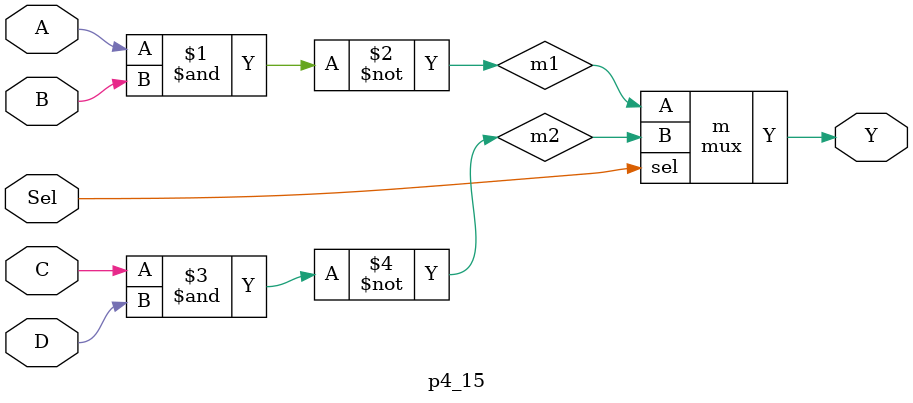
<source format=v>
module mux(output Y, input sel, A, B);
	always@(sel or A or B)
		case(sel)
			0: Y <= A;
			1: Y <= B;
		endcase
endmodule

module p4_15(output Y, input Sel, A,B,C,D);
	wire m1, m2;

	nand	n1(m1, A,B),
		n2(m2, C,D);

	mux     m(Y, Sel, m1,m2);

endmodule

</source>
